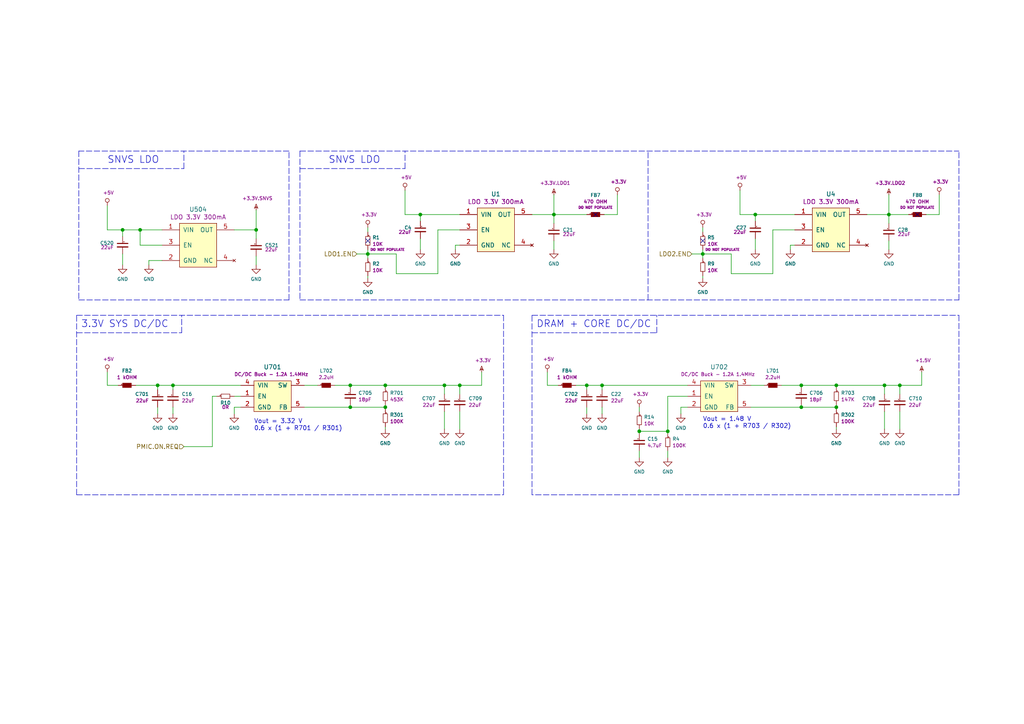
<source format=kicad_sch>
(kicad_sch (version 20211123) (generator eeschema)
  (paper "A4")
  (title_block (title "EX-PCB-10108-001") (date "2021-07-27") (rev "A") (company "OHN Electronics Inc.") (comment 1 "Uses NXP i.MX6ULx core design licensed from PolyVection UG, Germany") (comment 2 "Organelle 2 Processor board") (comment 4 "EX-PCB-10108-001 - Schematics"))
  (lib_symbols
    (symbol "PV-EC-CAP-010:PV-EC-CAP-010-4U7" (pin_numbers hide) (pin_names (offset 0.254) hide)
      (property "Reference" "C" (at 2.54 1.27 0))
      (property "Description" "4.7uF" (at 2.54 0 0))
      (symbol "PV-EC-CAP-010-4U7_1_1"
        (pin passive line (at 0 2.54 270) (length 1.905) (name "~") (number "1"))
        (pin passive line (at 0 -2.54 90) (length 2.032) (name "~") (number "2"))
      )
    )
    (symbol "PV-EC-CAP-014:PV-EC-CAP-014-18P" (pin_numbers hide) (pin_names (offset 0.254) hide)
      (property "Reference" "C" (at 2.54 1.27 0))
      (property "Description" "18pF" (at 2.54 0 0))
      (symbol "PV-EC-CAP-014-18P_1_1"
        (pin passive line (at 0 2.54 270) (length 1.905) (name "~") (number "1"))
        (pin passive line (at 0 -2.54 90) (length 2.032) (name "~") (number "2"))
      )
    )
    (symbol "PV-EC-CAP-017:PV-EC-CAP-017-22U" (pin_numbers hide) (pin_names (offset 0.254) hide)
      (property "Reference" "C" (at 2.54 1.27 0))
      (property "Description" "22uF" (at 2.54 -1.27 0))
      (symbol "PV-EC-CAP-017-22U_1_1"
        (pin passive line (at 0 2.54 270) (length 1.905) (name "~") (number "1"))
        (pin passive line (at 0 -2.54 90) (length 2.032) (name "~") (number "2"))
      )
    )
    (symbol "PV-EC-FIL-004:PV-EC-FIL-004-001" (pin_names hide)
      (property "Reference" "FB" (at 0 2.54 0))
      (property "Description" "470 OHM" (at 0 1.27 0))
      (symbol "PV-EC-FIL-004-001_1_1"
        (pin passive line (at -2.54 0 0) (length 1.27) (name "1") (number "1"))
        (pin passive line (at 2.54 0 180) (length 1.27) (name "2") (number "2"))
      )
    )
    (symbol "PV-EC-FIL-004:PV-EC-FIL-004-002" (pin_names hide)
      (property "Reference" "FB" (at 0 2.54 0))
      (property "Description" "1 kOHM" (at 0 1.27 0))
      (symbol "PV-EC-FIL-004-002_1_1"
        (pin passive line (at -2.54 0 0) (length 1.27) (name "1") (number "1"))
        (pin passive line (at 2.54 0 180) (length 1.27) (name "2") (number "2"))
      )
    )
    (symbol "PV-EC-IND-010:PV-EC-IND-010-2U2" (pin_names hide)
      (property "Reference" "L" (at 0 2.54 0))
      (property "Description" "2.2uH" (at 0 1.27 0))
      (symbol "PV-EC-IND-010-2U2_1_1"
        (pin passive line (at -2.54 0 0) (length 1.27) (name "1") (number "1"))
        (pin passive line (at 2.54 0 180) (length 1.27) (name "2") (number "2"))
      )
    )
    (symbol "PV-EC-PWR-003:+1.5V_OUTPUT" (power) (pin_names (offset 0))
      (property "Description" "+1.5V" (at 0 2.54 0))
      (symbol "+1.5V_OUTPUT_0_0"
        (pin power_in line (at 0 0 90) (length 0) hide (name "+1.5V") (number "1"))
      )
    )
    (symbol "PV-EC-PWR-003:+3.3V_INPUT" (power) (pin_names (offset 0))
      (property "Description" "+3.3V" (at 0 3.175 0))
      (symbol "+3.3V_INPUT_0_0"
        (pin power_in line (at 0 0 90) (length 0) hide (name "+3.3V") (number "1"))
      )
    )
    (symbol "PV-EC-PWR-003:+3.3V_LDO1_ISO_OUTPUT" (power) (pin_names (offset 0))
      (property "Description" "+3.3V.LDO1.ISO" (at 0 2.54 0))
      (symbol "+3.3V_LDO1_ISO_OUTPUT_0_0"
        (pin power_in line (at 0 0 90) (length 0) hide (name "+3.3V.LDO1.ISO") (number "1"))
      )
    )
    (symbol "PV-EC-PWR-003:+3.3V_LDO2_ISO_OUTPUT" (power) (pin_names (offset 0))
      (property "Description" "+3.3V.LDO2.ISO" (at 0 2.54 0))
      (symbol "+3.3V_LDO2_ISO_OUTPUT_0_0"
        (pin power_in line (at 0 0 90) (length 0) hide (name "+3.3V.LDO2.ISO") (number "1"))
      )
    )
    (symbol "PV-EC-PWR-003:+3.3V_OUTPUT" (power) (pin_names (offset 0))
      (property "Description" "+3.3V" (at 0 2.54 0))
      (symbol "+3.3V_OUTPUT_0_0"
        (pin power_in line (at 0 0 90) (length 0) hide (name "+3.3V") (number "1"))
      )
    )
    (symbol "PV-EC-PWR-003:+3.3V_SNVS_OUTPUT" (power) (pin_names (offset 0))
      (property "Description" "+3.3V.SNVS" (at 0 2.54 0))
      (symbol "+3.3V_SNVS_OUTPUT_0_0"
        (pin power_in line (at 0 0 90) (length 0) hide (name "+3.3V.SNVS") (number "1"))
      )
    )
    (symbol "PV-EC-PWR-003:+5V_INPUT" (power) (pin_names (offset 0))
      (property "Description" "+5V" (at 0 3.175 0))
      (symbol "+5V_INPUT_0_0"
        (pin power_in line (at 0 0 90) (length 0) hide (name "+5V") (number "1"))
      )
    )
    (symbol "PV-EC-PWR-003:GND" (power) (pin_names (offset 0))
      (property "Value" "PV-EC-PWR-003_GND" (at 0 -3.81 0))
      (symbol "GND_1_1"
        (pin power_in line (at 0 0 270) (length 0) hide (name "GND") (number "1"))
      )
    )
    (symbol "PV-EC-PWR-005:PV-EC-PWR-005-001" (pin_names (offset 1.016))
      (property "Reference" "U" (at 0 8.89 0))
      (property "Description" "DC/DC Buck - 1.2A 1.4MHz " (at 0 6.35 0))
      (symbol "PV-EC-PWR-005-001_1_1"
        (pin input line (at -8.89 0 0) (length 3.81) (name "EN") (number "1"))
        (pin power_in line (at -8.89 -3.175 0) (length 3.81) (name "GND") (number "2"))
        (pin power_out line (at 9.525 3.175 180) (length 3.81) (name "SW") (number "3"))
        (pin power_in line (at -8.89 3.175 0) (length 3.81) (name "VIN") (number "4"))
        (pin input line (at 9.525 -3.175 180) (length 3.81) (name "FB") (number "5"))
      )
    )
    (symbol "PV-EC-PWR-008:PV-EC-PWR-008-002" (pin_names (offset 1.016))
      (property "Reference" "U" (at 0 11.43 0))
      (property "Description" "LDO 3.3V 300mA" (at 0 8.89 0))
      (symbol "PV-EC-PWR-008-002_1_1"
        (pin input line (at -10.16 4.445 0) (length 5.08) (name "VIN") (number "1"))
        (pin input line (at -10.16 -4.445 0) (length 5.08) (name "GND") (number "2"))
        (pin input line (at -10.16 0 0) (length 5.08) (name "EN") (number "3"))
        (pin no_connect line (at 10.795 -4.445 180) (length 5.08) (name "NC") (number "4"))
        (pin output line (at 10.795 4.445 180) (length 5.08) (name "OUT") (number "5"))
      )
    )
    (symbol "PV-EC-RES-007:PV-EC-RES-007-0R" (pin_names hide)
      (property "Reference" "R" (at 0 2.54 0))
      (property "Description" "0R" (at 0 1.27 0))
      (symbol "PV-EC-RES-007-0R_1_1"
        (pin passive line (at -2.54 0 0) (length 1.27) (name "1") (number "1"))
        (pin passive line (at 2.54 0 180) (length 1.27) (name "2") (number "2"))
      )
    )
    (symbol "PV-EC-RES-007:PV-EC-RES-007-100K" (pin_names hide)
      (property "Reference" "R" (at 0 2.54 0))
      (property "Description" "100K" (at 0 1.27 0))
      (symbol "PV-EC-RES-007-100K_1_1"
        (pin passive line (at -2.54 0 0) (length 1.1938) (name "1") (number "1"))
        (pin passive line (at 2.54 0 180) (length 1.1938) (name "2") (number "2"))
      )
    )
    (symbol "PV-EC-RES-007:PV-EC-RES-007-10K" (pin_names hide)
      (property "Reference" "R" (at 0 2.54 0))
      (property "Description" "10K" (at 0 1.27 0))
      (symbol "PV-EC-RES-007-10K_1_1"
        (pin passive line (at -2.54 0 0) (length 1.27) (name "1") (number "1"))
        (pin passive line (at 2.54 0 180) (length 1.27) (name "2") (number "2"))
      )
    )
    (symbol "PV-EC-RES-007:PV-EC-RES-007-147K" (pin_names hide)
      (property "Reference" "R" (at 0 2.54 0))
      (property "Description" "147K" (at 0 1.27 0))
      (symbol "PV-EC-RES-007-147K_1_1"
        (pin passive line (at -2.54 0 0) (length 1.27) (name "1") (number "1"))
        (pin passive line (at 2.54 0 180) (length 1.27) (name "2") (number "2"))
      )
    )
    (symbol "PV-EC-RES-007:PV-EC-RES-007-453K" (pin_names hide)
      (property "Reference" "R" (at 0 2.54 0))
      (property "Description" "453K" (at 0 1.27 0))
      (symbol "PV-EC-RES-007-453K_1_1"
        (pin passive line (at -2.54 0 0) (length 1.27) (name "1") (number "1"))
        (pin passive line (at 2.54 0 180) (length 1.27) (name "2") (number "2"))
      )
    )
    (symbol "PV-EC-RES-010:PV-EC-RES-010-100K" (pin_names hide)
      (property "Reference" "R" (at 0 2.54 0))
      (property "Description" "100K" (at 0 1.27 0))
      (symbol "PV-EC-RES-010-100K_1_1"
        (pin passive line (at -2.54 0 0) (length 1.27) (name "1") (number "1"))
        (pin passive line (at 2.54 0 180) (length 1.27) (name "2") (number "2"))
      )
    )
  )
  (junction (at 242.57 111.76))
  (junction (at 74.295 66.675))
  (junction (at 174.625 111.76))
  (junction (at 219.075 62.23))
  (junction (at 133.35 111.76))
  (junction (at 111.76 118.11))
  (junction (at 232.41 111.76))
  (junction (at 101.6 111.76))
  (junction (at 260.985 111.76))
  (junction (at 40.64 66.675))
  (junction (at 50.165 111.76))
  (junction (at 128.905 111.76))
  (junction (at 170.18 111.76))
  (junction (at 106.68 73.66))
  (junction (at 256.54 111.76))
  (junction (at 101.6 118.11))
  (junction (at 257.81 62.23))
  (junction (at 185.42 125.095))
  (junction (at 111.76 111.76))
  (junction (at 121.92 62.23))
  (junction (at 160.655 62.23))
  (junction (at 45.72 111.76))
  (junction (at 242.57 118.11))
  (junction (at 232.41 118.11))
  (junction (at 203.835 73.66))
  (junction (at 35.56 66.675))
  (junction (at 193.675 125.095))
  (no_connect (at 172.72 62.23))
  (no_connect (at 266.065 62.23))
  (no_connect (at 106.68 69.85))
  (no_connect (at 203.835 69.85))
  (wire (pts (xy 46.99 75.565) (xy 43.18 75.565)))
  (wire (pts (xy 133.35 124.46) (xy 133.35 119.38)))
  (wire (pts (xy 39.37 111.76) (xy 45.72 111.76)))
  (wire (pts (xy 260.985 124.46) (xy 260.985 119.38)))
  (wire (pts (xy 232.41 118.11) (xy 242.57 118.11)))
  (wire (pts (xy 170.18 62.23) (xy 160.655 62.23)))
  (wire (pts (xy 117.475 55.245) (xy 117.475 62.23)))
  (wire (pts (xy 74.295 60.96) (xy 74.295 66.675)))
  (wire (pts (xy 185.42 119.38) (xy 185.42 118.11)))
  (wire (pts (xy 31.115 59.69) (xy 31.115 66.675)))
  (wire (pts (xy 193.675 125.095) (xy 185.42 125.095)))
  (polyline (pts (xy 83.82 43.815) (xy 22.86 43.815)))
  (wire (pts (xy 114.935 73.66) (xy 106.68 73.66)))
  (polyline (pts (xy 278.13 143.51) (xy 154.305 143.51)))
  (wire (pts (xy 132.08 71.12) (xy 132.08 72.39)))
  (wire (pts (xy 214.63 62.23) (xy 219.075 62.23)))
  (wire (pts (xy 158.75 107.95) (xy 158.75 111.76)))
  (wire (pts (xy 101.6 118.11) (xy 101.6 117.475)))
  (wire (pts (xy 97.155 111.76) (xy 101.6 111.76)))
  (wire (pts (xy 154.305 62.23) (xy 160.655 62.23)))
  (wire (pts (xy 31.115 66.675) (xy 35.56 66.675)))
  (wire (pts (xy 212.09 79.375) (xy 212.09 73.66)))
  (wire (pts (xy 219.075 64.135) (xy 219.075 62.23)))
  (wire (pts (xy 272.415 56.515) (xy 272.415 62.23)))
  (wire (pts (xy 127 79.375) (xy 114.935 79.375)))
  (wire (pts (xy 128.905 114.3) (xy 128.905 111.76)))
  (wire (pts (xy 88.265 118.11) (xy 101.6 118.11)))
  (wire (pts (xy 230.505 71.12) (xy 229.235 71.12)))
  (wire (pts (xy 31.115 111.76) (xy 34.29 111.76)))
  (wire (pts (xy 226.695 111.76) (xy 232.41 111.76)))
  (wire (pts (xy 111.76 118.11) (xy 111.76 117.475)))
  (polyline (pts (xy 154.305 96.52) (xy 190.5 96.52)))
  (wire (pts (xy 217.805 118.11) (xy 232.41 118.11)))
  (wire (pts (xy 160.655 69.85) (xy 160.655 72.39)))
  (wire (pts (xy 193.675 132.715) (xy 193.675 130.81)))
  (wire (pts (xy 256.54 114.3) (xy 256.54 111.76)))
  (wire (pts (xy 170.18 120.015) (xy 170.18 118.11)))
  (wire (pts (xy 35.56 73.66) (xy 35.56 76.835)))
  (wire (pts (xy 45.72 113.03) (xy 45.72 111.76)))
  (wire (pts (xy 50.165 111.76) (xy 69.85 111.76)))
  (wire (pts (xy 174.625 120.015) (xy 174.625 118.11)))
  (wire (pts (xy 174.625 111.76) (xy 199.39 111.76)))
  (wire (pts (xy 170.18 111.76) (xy 174.625 111.76)))
  (wire (pts (xy 203.835 67.31) (xy 203.835 66.04)))
  (wire (pts (xy 272.415 62.23) (xy 268.605 62.23)))
  (wire (pts (xy 101.6 118.11) (xy 111.76 118.11)))
  (wire (pts (xy 185.42 132.715) (xy 185.42 130.81)))
  (wire (pts (xy 179.07 56.515) (xy 179.07 62.23)))
  (wire (pts (xy 121.92 62.23) (xy 133.35 62.23)))
  (wire (pts (xy 174.625 113.03) (xy 174.625 111.76)))
  (polyline (pts (xy 22.225 143.51) (xy 146.05 143.51)))
  (wire (pts (xy 263.525 62.23) (xy 257.81 62.23)))
  (wire (pts (xy 214.63 55.245) (xy 214.63 62.23)))
  (wire (pts (xy 45.72 111.76) (xy 50.165 111.76)))
  (wire (pts (xy 224.155 79.375) (xy 212.09 79.375)))
  (wire (pts (xy 74.295 66.675) (xy 74.295 69.215)))
  (wire (pts (xy 242.57 112.395) (xy 242.57 111.76)))
  (wire (pts (xy 232.41 112.395) (xy 232.41 111.76)))
  (wire (pts (xy 257.81 56.515) (xy 257.81 62.23)))
  (wire (pts (xy 193.675 125.73) (xy 193.675 125.095)))
  (wire (pts (xy 257.81 62.23) (xy 257.81 64.77)))
  (wire (pts (xy 88.265 111.76) (xy 92.075 111.76)))
  (wire (pts (xy 257.81 69.85) (xy 257.81 72.39)))
  (wire (pts (xy 256.54 111.76) (xy 260.985 111.76)))
  (polyline (pts (xy 22.86 48.895) (xy 53.34 48.895)))
  (polyline (pts (xy 83.82 86.995) (xy 83.82 43.815)))
  (wire (pts (xy 229.235 71.12) (xy 229.235 72.39)))
  (wire (pts (xy 251.46 62.23) (xy 257.81 62.23)))
  (polyline (pts (xy 146.05 91.44) (xy 146.05 143.51)))
  (wire (pts (xy 170.18 113.03) (xy 170.18 111.76)))
  (wire (pts (xy 106.68 67.31) (xy 106.68 66.04)))
  (wire (pts (xy 260.985 111.76) (xy 267.335 111.76)))
  (wire (pts (xy 121.92 64.135) (xy 121.92 62.23)))
  (wire (pts (xy 31.115 107.95) (xy 31.115 111.76)))
  (wire (pts (xy 260.985 114.3) (xy 260.985 111.76)))
  (wire (pts (xy 160.655 56.515) (xy 160.655 62.23)))
  (wire (pts (xy 193.675 114.935) (xy 193.675 125.095)))
  (wire (pts (xy 43.18 75.565) (xy 43.18 76.835)))
  (wire (pts (xy 67.945 66.675) (xy 74.295 66.675)))
  (wire (pts (xy 200.66 73.66) (xy 203.835 73.66)))
  (wire (pts (xy 103.505 73.66) (xy 106.68 73.66)))
  (wire (pts (xy 45.72 120.015) (xy 45.72 118.11)))
  (wire (pts (xy 50.165 113.03) (xy 50.165 111.76)))
  (wire (pts (xy 101.6 112.395) (xy 101.6 111.76)))
  (polyline (pts (xy 187.96 86.995) (xy 187.96 43.815)))
  (wire (pts (xy 106.68 74.93) (xy 106.68 73.66)))
  (wire (pts (xy 133.35 111.76) (xy 139.7 111.76)))
  (wire (pts (xy 111.76 111.76) (xy 128.905 111.76)))
  (wire (pts (xy 40.64 71.12) (xy 40.64 66.675)))
  (polyline (pts (xy 22.225 143.51) (xy 22.225 91.44)))
  (wire (pts (xy 114.935 79.375) (xy 114.935 73.66)))
  (wire (pts (xy 219.075 62.23) (xy 230.505 62.23)))
  (polyline (pts (xy 154.305 91.44) (xy 278.13 91.44)))
  (wire (pts (xy 40.64 66.675) (xy 46.99 66.675)))
  (wire (pts (xy 199.39 118.11) (xy 197.485 118.11)))
  (wire (pts (xy 101.6 111.76) (xy 111.76 111.76)))
  (wire (pts (xy 139.7 107.95) (xy 139.7 111.76)))
  (wire (pts (xy 62.865 114.935) (xy 61.595 114.935)))
  (wire (pts (xy 121.92 69.215) (xy 121.92 72.39)))
  (wire (pts (xy 50.165 120.015) (xy 50.165 118.11)))
  (wire (pts (xy 224.155 66.675) (xy 224.155 79.375)))
  (wire (pts (xy 197.485 120.015) (xy 197.485 118.11)))
  (polyline (pts (xy 86.995 48.895) (xy 117.475 48.895)))
  (polyline (pts (xy 22.225 96.52) (xy 52.705 96.52)))
  (wire (pts (xy 158.75 111.76) (xy 161.925 111.76)))
  (wire (pts (xy 242.57 124.46) (xy 242.57 123.825)))
  (wire (pts (xy 232.41 118.11) (xy 232.41 117.475)))
  (wire (pts (xy 242.57 118.745) (xy 242.57 118.11)))
  (polyline (pts (xy 278.13 91.44) (xy 278.13 143.51)))
  (polyline (pts (xy 22.86 86.995) (xy 83.82 86.995)))
  (wire (pts (xy 179.07 62.23) (xy 175.26 62.23)))
  (wire (pts (xy 133.35 66.675) (xy 127 66.675)))
  (polyline (pts (xy 154.305 143.51) (xy 154.305 91.44)))
  (wire (pts (xy 185.42 125.095) (xy 185.42 124.46)))
  (wire (pts (xy 185.42 125.73) (xy 185.42 125.095)))
  (polyline (pts (xy 278.13 86.995) (xy 278.13 43.815)))
  (polyline (pts (xy 22.86 43.815) (xy 22.86 86.995)))
  (wire (pts (xy 232.41 111.76) (xy 242.57 111.76)))
  (wire (pts (xy 61.595 114.935) (xy 61.595 129.54)))
  (wire (pts (xy 61.595 129.54) (xy 53.34 129.54)))
  (wire (pts (xy 242.57 118.11) (xy 242.57 117.475)))
  (wire (pts (xy 212.09 73.66) (xy 203.835 73.66)))
  (wire (pts (xy 106.68 80.645) (xy 106.68 80.01)))
  (polyline (pts (xy 53.34 48.895) (xy 53.34 43.815)))
  (wire (pts (xy 74.295 74.295) (xy 74.295 76.835)))
  (wire (pts (xy 203.835 80.645) (xy 203.835 80.01)))
  (wire (pts (xy 111.76 118.745) (xy 111.76 118.11)))
  (wire (pts (xy 128.905 111.76) (xy 133.35 111.76)))
  (polyline (pts (xy 86.995 43.815) (xy 86.995 86.995)))
  (wire (pts (xy 35.56 68.58) (xy 35.56 66.675)))
  (wire (pts (xy 133.35 114.3) (xy 133.35 111.76)))
  (polyline (pts (xy 86.995 86.995) (xy 278.13 86.995)))
  (wire (pts (xy 133.35 71.12) (xy 132.08 71.12)))
  (wire (pts (xy 127 66.675) (xy 127 79.375)))
  (wire (pts (xy 160.655 62.23) (xy 160.655 64.77)))
  (wire (pts (xy 167.005 111.76) (xy 170.18 111.76)))
  (polyline (pts (xy 22.225 91.44) (xy 146.05 91.44)))
  (wire (pts (xy 67.945 120.015) (xy 67.945 118.11)))
  (polyline (pts (xy 86.995 43.815) (xy 278.13 43.815)))
  (wire (pts (xy 256.54 124.46) (xy 256.54 119.38)))
  (wire (pts (xy 117.475 62.23) (xy 121.92 62.23)))
  (wire (pts (xy 111.76 112.395) (xy 111.76 111.76)))
  (wire (pts (xy 219.075 69.215) (xy 219.075 72.39)))
  (polyline (pts (xy 52.705 96.52) (xy 52.705 91.44)))
  (polyline (pts (xy 190.5 96.52) (xy 190.5 91.44)))
  (wire (pts (xy 217.805 111.76) (xy 221.615 111.76)))
  (wire (pts (xy 193.675 114.935) (xy 199.39 114.935)))
  (wire (pts (xy 69.85 118.11) (xy 67.945 118.11)))
  (wire (pts (xy 230.505 66.675) (xy 224.155 66.675)))
  (wire (pts (xy 46.99 71.12) (xy 40.64 71.12)))
  (wire (pts (xy 35.56 66.675) (xy 40.64 66.675)))
  (wire (pts (xy 267.335 107.95) (xy 267.335 111.76)))
  (wire (pts (xy 128.905 124.46) (xy 128.905 119.38)))
  (wire (pts (xy 67.945 114.935) (xy 69.85 114.935)))
  (polyline (pts (xy 117.475 48.895) (xy 117.475 43.815)))
  (wire (pts (xy 203.835 74.93) (xy 203.835 73.66)))
  (wire (pts (xy 106.68 73.66) (xy 106.68 72.39)))
  (wire (pts (xy 203.835 73.66) (xy 203.835 72.39)))
  (wire (pts (xy 242.57 111.76) (xy 256.54 111.76)))
  (wire (pts (xy 111.76 124.46) (xy 111.76 123.825)))
  (text "SNVS LDO" (at 95.25 47.625 0) (effects (font (size 2.0066 2.0066)) (justify left bottom)))
  (text "Vout = 1.48 V\n0.6 x (1 + R703 / R302)" (at 203.835 124.46 0) (effects (font (size 1.27 1.27)) (justify left bottom)))
  (text "Vout = 3.32 V\n0.6 x (1 + R701 / R301)" (at 73.66 125.095 0) (effects (font (size 1.27 1.27)) (justify left bottom)))
  (text "3.3V SYS DC/DC" (at 23.495 95.25 0) (effects (font (size 2.0066 2.0066)) (justify left bottom)))
  (text "DRAM + CORE DC/DC" (at 155.575 95.25 0) (effects (font (size 2.0066 2.0066)) (justify left bottom)))
  (text "SNVS LDO" (at 31.115 47.625 0) (effects (font (size 2.0066 2.0066)) (justify left bottom)))
  (hierarchical_label "LDO2.EN" (shape input) (at 200.66 73.66 180))
  (hierarchical_label "PMIC.ON.REQ" (shape input) (at 53.34 129.54 180))
  (hierarchical_label "LDO1.EN" (shape input) (at 103.505 73.66 180))
  (symbol (lib_id "PV-EC-CAP-017:PV-EC-CAP-017-22U") (at 133.35 116.84 0) (unit 1)
    (property "Reference" "C709" (at 135.89 115.57 0) (effects (font (size 0.9906 0.9906)) (justify left)))
    (property "Value" "PV-EC-CAP-017-22U" (effects hide))
    (property "Footprint" "PV-EC-CAP-001:0603" (effects hide))
    (property "PV-Code" "PV-EC-CAP-017-22U" (effects hide))
    (property "Description" "22uF" (at 135.89 117.475 0) (effects (font (size 0.9906 0.9906)) (justify left)))
    (property "Detail" "C:0603 / 6.3V / 20% / X5R" (effects hide))
    (property "Option" "POPULATE" (effects hide))
    (property "Layer" "TOP" (effects hide))
    (property "Type" "SMD" (effects hide))
    (property "PV-Number" "6000002" (effects hide))
  )
  (symbol (lib_id "PV-EC-CAP-017:PV-EC-CAP-017-22U") (at 128.905 116.84 0) (mirror y) (unit 1)
    (property "Reference" "C707" (at 126.365 115.57 0) (effects (font (size 0.9906 0.9906)) (justify left)))
    (property "Value" "PV-EC-CAP-017-22U" (effects hide))
    (property "Footprint" "PV-EC-CAP-001:0603" (effects hide))
    (property "PV-Code" "PV-EC-CAP-017-22U" (effects hide))
    (property "Description" "22uF" (at 126.365 117.475 0) (effects (font (size 0.9906 0.9906)) (justify left)))
    (property "Detail" "C:0603 / 6.3V / 20% / X5R" (effects hide))
    (property "Option" "POPULATE" (effects hide))
    (property "Layer" "TOP" (effects hide))
    (property "Type" "SMD" (effects hide))
    (property "PV-Number" "6000002" (effects hide))
  )
  (symbol (lib_id "PV-EC-CAP-017:PV-EC-CAP-017-22U") (at 260.985 116.84 0) (unit 1)
    (property "Reference" "C710" (at 263.525 115.57 0) (effects (font (size 0.9906 0.9906)) (justify left)))
    (property "Value" "PV-EC-CAP-017-22U" (effects hide))
    (property "Footprint" "PV-EC-CAP-001:0603" (effects hide))
    (property "PV-Code" "PV-EC-CAP-017-22U" (effects hide))
    (property "Description" "22uF" (at 263.525 117.475 0) (effects (font (size 0.9906 0.9906)) (justify left)))
    (property "Detail" "C:0603 / 6.3V / 20% / X5R" (effects hide))
    (property "Option" "POPULATE" (effects hide))
    (property "Layer" "TOP" (effects hide))
    (property "Type" "SMD" (effects hide))
    (property "PV-Number" "6000002" (effects hide))
  )
  (symbol (lib_id "PV-EC-CAP-017:PV-EC-CAP-017-22U") (at 256.54 116.84 0) (mirror y) (unit 1)
    (property "Reference" "C708" (at 254 115.57 0) (effects (font (size 0.9906 0.9906)) (justify left)))
    (property "Value" "PV-EC-CAP-017-22U" (effects hide))
    (property "Footprint" "PV-EC-CAP-001:0603" (effects hide))
    (property "PV-Code" "PV-EC-CAP-017-22U" (effects hide))
    (property "Description" "22uF" (at 254 117.475 0) (effects (font (size 0.9906 0.9906)) (justify left)))
    (property "Detail" "C:0603 / 6.3V / 20% / X5R" (effects hide))
    (property "Option" "POPULATE" (effects hide))
    (property "Layer" "TOP" (effects hide))
    (property "Type" "SMD" (effects hide))
    (property "PV-Number" "6000002" (effects hide))
  )
  (symbol (lib_id "PV-EC-IND-010:PV-EC-IND-010-2U2") (at 94.615 111.76 0) (unit 1)
    (property "Reference" "L702" (at 94.615 107.5436 0) (effects (font (size 0.9906 0.9906))))
    (property "Value" "PV-EC-IND-010-2U2" (effects hide))
    (property "Footprint" "PV-EC-IND-001:1008" (effects hide))
    (property "PV-Code" "PV-EC-IND-010-2U2" (effects hide))
    (property "Description" "2.2uH" (at 94.615 109.4486 0) (effects (font (size 0.9906 0.9906))))
    (property "Detail" "L:1008 / 20% / 1.9A / 110 mOhms / SHIELDED" (effects hide))
    (property "Option" "POPULATE" (effects hide))
    (property "Layer" "TOP" (effects hide))
    (property "Type" "SMD" (effects hide))
    (property "PV-Number" "6000011" (effects hide))
  )
  (symbol (lib_id "PV-EC-IND-010:PV-EC-IND-010-2U2") (at 224.155 111.76 0) (unit 1)
    (property "Reference" "L701" (at 224.155 107.5436 0) (effects (font (size 0.9906 0.9906))))
    (property "Value" "PV-EC-IND-010-2U2" (effects hide))
    (property "Footprint" "PV-EC-IND-001:1008" (effects hide))
    (property "PV-Code" "PV-EC-IND-010-2U2" (effects hide))
    (property "Description" "2.2uH" (at 224.155 109.4486 0) (effects (font (size 0.9906 0.9906))))
    (property "Detail" "L:1008 / 20% / 1.9A / 110 mOhms / SHIELDED" (effects hide))
    (property "Option" "POPULATE" (effects hide))
    (property "Layer" "TOP" (effects hide))
    (property "Type" "SMD" (effects hide))
    (property "PV-Number" "6000011" (effects hide))
  )
  (symbol (lib_id "PV-EC-PWR-003:GND") (at 45.72 120.015 0) (unit 1)
    (property "Reference" "#PWR0701" (effects hide))
    (property "Value" "GND" (at 45.72 124.1298 0) (effects (font (size 0.9906 0.9906))))
  )
  (symbol (lib_id "PV-EC-PWR-003:GND") (at 111.76 124.46 0) (unit 1)
    (property "Reference" "#PWR0707" (effects hide))
    (property "Value" "GND" (at 111.76 128.5748 0) (effects (font (size 0.9906 0.9906))))
  )
  (symbol (lib_id "PV-EC-PWR-003:GND") (at 128.905 124.46 0) (unit 1)
    (property "Reference" "#PWR0709" (effects hide))
    (property "Value" "GND" (at 128.905 128.5748 0) (effects (font (size 0.9906 0.9906))))
  )
  (symbol (lib_id "PV-EC-PWR-003:GND") (at 133.35 124.46 0) (unit 1)
    (property "Reference" "#PWR0711" (effects hide))
    (property "Value" "GND" (at 133.35 128.5748 0) (effects (font (size 0.9906 0.9906))))
  )
  (symbol (lib_id "PV-EC-PWR-003:GND") (at 67.945 120.015 0) (unit 1)
    (property "Reference" "#PWR0705" (effects hide))
    (property "Value" "GND" (at 67.945 124.1298 0) (effects (font (size 0.9906 0.9906))))
  )
  (symbol (lib_id "PV-EC-PWR-003:GND") (at 170.18 120.015 0) (unit 1)
    (property "Reference" "#PWR0702" (effects hide))
    (property "Value" "GND" (at 170.18 124.1298 0) (effects (font (size 0.9906 0.9906))))
  )
  (symbol (lib_id "PV-EC-RES-007:PV-EC-RES-007-100K") (at 242.57 121.285 270) (unit 1)
    (property "Reference" "R302" (at 243.9162 120.3198 90) (effects (font (size 0.9906 0.9906)) (justify left)))
    (property "Value" "PV-EC-RES-007-100K" (effects hide))
    (property "Footprint" "PV-EC-RES-001:0402" (effects hide))
    (property "PV-Code" "PV-EC-RES-007-100K" (effects hide))
    (property "PV-Number" "6000024" (effects hide))
    (property "Description" "100K" (at 243.9162 122.2248 90) (effects (font (size 0.9906 0.9906)) (justify left)))
    (property "Detail" "R:0402 / 1% / FILM / 1/16W" (effects hide))
    (property "Option" "POPULATE" (effects hide))
    (property "Layer" "TOP" (effects hide))
    (property "Type" "SMD" (effects hide))
  )
  (symbol (lib_id "PV-EC-PWR-003:+3.3V_SNVS_OUTPUT") (at 74.295 60.96 0) (unit 1)
    (property "Reference" "#PWR0103" (effects hide))
    (property "Value" "+3.3V_SNVS_OUTPUT" (effects hide))
    (property "Description" "+3.3V.SNVS" (at 74.6506 57.531 0) (effects (font (size 0.9906 0.9906))))
  )
  (symbol (lib_id "PV-EC-CAP-014:PV-EC-CAP-014-18P") (at 101.6 114.935 0) (unit 1)
    (property "Reference" "C705" (at 103.9368 113.9698 0) (effects (font (size 0.9906 0.9906)) (justify left)))
    (property "Value" "PV-EC-CAP-014-18P" (effects hide))
    (property "Footprint" "PV-EC-CAP-001:0402" (effects hide))
    (property "PV-Code" "PV-EC-CAP-014-18P" (effects hide))
    (property "Description" "18pF" (at 103.9368 115.8748 0) (effects (font (size 0.9906 0.9906)) (justify left)))
    (property "Detail" "C:0402 / 50V / 5% / C0G" (effects hide))
    (property "Option" "POPULATE" (effects hide))
    (property "Layer" "TOP" (effects hide))
    (property "Type" "SMD" (effects hide))
    (property "PV-Number" "6000004" (effects hide))
  )
  (symbol (lib_id "PV-EC-CAP-014:PV-EC-CAP-014-18P") (at 232.41 114.935 0) (unit 1)
    (property "Reference" "C706" (at 234.7468 113.9698 0) (effects (font (size 0.9906 0.9906)) (justify left)))
    (property "Value" "PV-EC-CAP-014-18P" (effects hide))
    (property "Footprint" "PV-EC-CAP-001:0402" (effects hide))
    (property "PV-Code" "PV-EC-CAP-014-18P" (effects hide))
    (property "Description" "18pF" (at 234.7468 115.8748 0) (effects (font (size 0.9906 0.9906)) (justify left)))
    (property "Detail" "C:0402 / 50V / 5% / C0G" (effects hide))
    (property "Option" "POPULATE" (effects hide))
    (property "Layer" "TOP" (effects hide))
    (property "Type" "SMD" (effects hide))
    (property "PV-Number" "6000004" (effects hide))
  )
  (symbol (lib_id "PV-EC-PWR-005:PV-EC-PWR-005-001") (at 78.74 114.935 0) (unit 1)
    (property "Reference" "U701" (at 79.0448 106.4514 0))
    (property "Value" "PV-EC-PWR-005-001" (effects hide))
    (property "Footprint" "PV-EC-PWR-001:SOT-23-5" (effects hide))
    (property "PV-Code" "PV-EC-PWR-005-001" (effects hide))
    (property "Description" "DC/DC Buck - 1.2A 1.4MHz " (at 79.0448 108.5596 0) (effects (font (size 0.9906 0.9906))))
    (property "Detail" "U:SOT-23-5 / 1.4MHz Sync DC/DC 2.5V to 5.5V" (effects hide))
    (property "Option" "POPULATE" (effects hide))
    (property "Layer" "TOP" (effects hide))
    (property "Type" "SMD" (effects hide))
    (property "PV-Number" "6000014" (effects hide))
  )
  (symbol (lib_id "PV-EC-PWR-005:PV-EC-PWR-005-001") (at 208.28 114.935 0) (unit 1)
    (property "Reference" "U702" (at 208.5848 106.4514 0))
    (property "Value" "PV-EC-PWR-005-001" (effects hide))
    (property "Footprint" "PV-EC-PWR-001:SOT-23-5" (effects hide))
    (property "PV-Code" "PV-EC-PWR-005-001" (effects hide))
    (property "Description" "DC/DC Buck - 1.2A 1.4MHz " (at 208.5848 108.5596 0) (effects (font (size 0.9906 0.9906))))
    (property "Detail" "U:SOT-23-5 / 1.4MHz Sync DC/DC 2.5V to 5.5V" (effects hide))
    (property "Option" "POPULATE" (effects hide))
    (property "Layer" "TOP" (effects hide))
    (property "Type" "SMD" (effects hide))
    (property "PV-Number" "6000014" (effects hide))
  )
  (symbol (lib_id "PV-EC-PWR-003:GND") (at 260.985 124.46 0) (unit 1)
    (property "Reference" "#PWR0712" (effects hide))
    (property "Value" "GND" (at 260.985 128.5748 0) (effects (font (size 0.9906 0.9906))))
  )
  (symbol (lib_id "PV-EC-PWR-003:GND") (at 256.54 124.46 0) (unit 1)
    (property "Reference" "#PWR0710" (effects hide))
    (property "Value" "GND" (at 256.54 128.5748 0) (effects (font (size 0.9906 0.9906))))
  )
  (symbol (lib_id "PV-EC-PWR-003:GND") (at 242.57 124.46 0) (unit 1)
    (property "Reference" "#PWR0708" (effects hide))
    (property "Value" "GND" (at 242.57 128.5748 0) (effects (font (size 0.9906 0.9906))))
  )
  (symbol (lib_id "PV-EC-PWR-003:GND") (at 197.485 120.015 0) (unit 1)
    (property "Reference" "#PWR0706" (effects hide))
    (property "Value" "GND" (at 197.485 124.1298 0) (effects (font (size 0.9906 0.9906))))
  )
  (symbol (lib_id "PV-EC-CAP-017:PV-EC-CAP-017-22U") (at 45.72 115.57 0) (mirror y) (unit 1)
    (property "Reference" "C701" (at 43.18 114.3 0) (effects (font (size 0.9906 0.9906)) (justify left)))
    (property "Value" "PV-EC-CAP-017-22U" (effects hide))
    (property "Footprint" "PV-EC-CAP-001:0603" (effects hide))
    (property "PV-Code" "PV-EC-CAP-017-22U" (effects hide))
    (property "Description" "22uF" (at 43.18 116.205 0) (effects (font (size 0.9906 0.9906)) (justify left)))
    (property "Detail" "C:0603 / 6.3V / 20% / X5R" (effects hide))
    (property "Option" "POPULATE" (effects hide))
    (property "Layer" "TOP" (effects hide))
    (property "Type" "SMD" (effects hide))
    (property "PV-Number" "6000002" (effects hide))
  )
  (symbol (lib_id "PV-EC-CAP-017:PV-EC-CAP-017-22U") (at 170.18 115.57 0) (mirror y) (unit 1)
    (property "Reference" "C702" (at 167.64 114.3 0) (effects (font (size 0.9906 0.9906)) (justify left)))
    (property "Value" "PV-EC-CAP-017-22U" (effects hide))
    (property "Footprint" "PV-EC-CAP-001:0603" (effects hide))
    (property "PV-Code" "PV-EC-CAP-017-22U" (effects hide))
    (property "Description" "22uF" (at 167.64 116.205 0) (effects (font (size 0.9906 0.9906)) (justify left)))
    (property "Detail" "C:0603 / 6.3V / 20% / X5R" (effects hide))
    (property "Option" "POPULATE" (effects hide))
    (property "Layer" "TOP" (effects hide))
    (property "Type" "SMD" (effects hide))
    (property "PV-Number" "6000002" (effects hide))
  )
  (symbol (lib_id "PV-EC-PWR-008:PV-EC-PWR-008-002") (at 57.15 71.12 0) (unit 1)
    (property "Reference" "U504" (at 57.4548 60.7314 0))
    (property "Value" "PV-EC-PWR-008-002" (effects hide))
    (property "Footprint" "PV-EC-PWR-001:SOT-23-5" (effects hide))
    (property "PV-Code" "PV-EC-PWR-008-002" (effects hide))
    (property "Description" "LDO 3.3V 300mA" (at 57.4548 62.9666 0))
    (property "Detail" "U:SOT-23-5 / 2.7V to 5.5V / 300mA LDO / 3.3V FIXED" (effects hide))
    (property "Option" "POPULATE" (effects hide))
    (property "Layer" "TOP" (effects hide))
    (property "Type" "SMD" (effects hide))
    (property "PV-Number" "6000069" (effects hide))
  )
  (symbol (lib_id "PV-EC-CAP-017:PV-EC-CAP-017-22U") (at 35.56 71.12 0) (mirror y) (unit 1)
    (property "Reference" "C520" (at 33.02 70.485 0) (effects (font (size 0.9906 0.9906)) (justify left)))
    (property "Value" "PV-EC-CAP-017-22U" (effects hide))
    (property "Footprint" "PV-EC-CAP-001:0603" (effects hide))
    (property "PV-Code" "PV-EC-CAP-017-22U" (effects hide))
    (property "Description" "22uF" (at 33.02 71.755 0) (effects (font (size 0.9906 0.9906)) (justify left)))
    (property "Detail" "C:0603 / 6.3V / 20% / X5R" (effects hide))
    (property "Option" "POPULATE" (effects hide))
    (property "Layer" "TOP" (effects hide))
    (property "Type" "SMD" (effects hide))
    (property "PV-Number" "6000002" (effects hide))
  )
  (symbol (lib_id "PV-EC-PWR-003:GND") (at 35.56 76.835 0) (unit 1)
    (property "Reference" "#PWR0501" (effects hide))
    (property "Value" "GND" (at 35.56 80.9498 0) (effects (font (size 0.9906 0.9906))))
  )
  (symbol (lib_id "PV-EC-PWR-003:GND") (at 74.295 76.835 0) (unit 1)
    (property "Reference" "#PWR0503" (effects hide))
    (property "Value" "GND" (at 74.295 80.9498 0) (effects (font (size 0.9906 0.9906))))
  )
  (symbol (lib_id "PV-EC-CAP-017:PV-EC-CAP-017-22U") (at 74.295 71.755 0) (unit 1)
    (property "Reference" "C521" (at 76.835 71.12 0) (effects (font (size 0.9906 0.9906)) (justify left)))
    (property "Value" "PV-EC-CAP-017-22U" (effects hide))
    (property "Footprint" "PV-EC-CAP-001:0603" (effects hide))
    (property "PV-Code" "PV-EC-CAP-017-22U" (effects hide))
    (property "Description" "22uF" (at 76.835 72.39 0) (effects (font (size 0.9906 0.9906)) (justify left)))
    (property "Detail" "C:0603 / 6.3V / 20% / X5R" (effects hide))
    (property "Option" "POPULATE" (effects hide))
    (property "Layer" "TOP" (effects hide))
    (property "Type" "SMD" (effects hide))
    (property "PV-Number" "6000002" (effects hide))
  )
  (symbol (lib_id "PV-EC-PWR-003:GND") (at 43.18 76.835 0) (unit 1)
    (property "Reference" "#PWR0502" (effects hide))
    (property "Value" "GND" (at 43.18 80.9498 0) (effects (font (size 0.9906 0.9906))))
  )
  (symbol (lib_id "PV-EC-RES-007:PV-EC-RES-007-453K") (at 111.76 114.935 270) (unit 1)
    (property "Reference" "R701" (at 113.1062 113.9698 90) (effects (font (size 0.9906 0.9906)) (justify left)))
    (property "Value" "PV-EC-RES-007-453K" (effects hide))
    (property "Footprint" "PV-EC-RES-001:0402" (effects hide))
    (property "PV-Code" "PV-EC-RES-007-453K" (effects hide))
    (property "PV-Number" "6000322" (effects hide))
    (property "Description" "453K" (at 113.1062 115.8748 90) (effects (font (size 0.9906 0.9906)) (justify left)))
    (property "Detail" "R:0402 / 1% / FILM / 1/16W" (effects hide))
    (property "Option" "POPULATE" (effects hide))
    (property "Layer" "TOP" (effects hide))
    (property "Type" "SMD" (effects hide))
  )
  (symbol (lib_id "PV-EC-RES-007:PV-EC-RES-007-147K") (at 242.57 114.935 270) (unit 1)
    (property "Reference" "R703" (at 243.9162 113.9698 90) (effects (font (size 0.9906 0.9906)) (justify left)))
    (property "Value" "PV-EC-RES-007-147K" (effects hide))
    (property "Footprint" "PV-EC-RES-001:0402" (effects hide))
    (property "PV-Code" "PV-EC-RES-007-147K" (effects hide))
    (property "PV-Number" "6000375" (effects hide))
    (property "Description" "147K" (at 243.9162 115.8748 90) (effects (font (size 0.9906 0.9906)) (justify left)))
    (property "Detail" "R:0402 / 1% / FILM / 1/16W" (effects hide))
    (property "Option" "POPULATE" (effects hide))
    (property "Layer" "TOP" (effects hide))
    (property "Type" "SMD" (effects hide))
  )
  (symbol (lib_id "PV-EC-RES-007:PV-EC-RES-007-100K") (at 111.76 121.285 270) (unit 1)
    (property "Reference" "R301" (at 113.1062 120.3198 90) (effects (font (size 0.9906 0.9906)) (justify left)))
    (property "Value" "PV-EC-RES-007-100K" (effects hide))
    (property "Footprint" "PV-EC-RES-001:0402" (effects hide))
    (property "PV-Code" "PV-EC-RES-007-100K" (effects hide))
    (property "PV-Number" "6000024" (effects hide))
    (property "Description" "100K" (at 113.1062 122.2248 90) (effects (font (size 0.9906 0.9906)) (justify left)))
    (property "Detail" "R:0402 / 1% / FILM / 1/16W" (effects hide))
    (property "Option" "POPULATE" (effects hide))
    (property "Layer" "TOP" (effects hide))
    (property "Type" "SMD" (effects hide))
  )
  (symbol (lib_id "PV-EC-PWR-003:+1.5V_OUTPUT") (at 267.335 107.95 0) (unit 1)
    (property "Reference" "#PWR0141" (effects hide))
    (property "Value" "+1.5V_OUTPUT" (effects hide))
    (property "Description" "+1.5V" (at 267.6906 104.521 0) (effects (font (size 0.9906 0.9906))))
  )
  (symbol (lib_id "PV-EC-PWR-003:+5V_INPUT") (at 31.115 59.69 0) (unit 1)
    (property "Reference" "#PWR0145" (effects hide))
    (property "Value" "+5V_INPUT" (effects hide))
    (property "Description" "+5V" (at 31.4452 55.9054 0) (effects (font (size 0.9906 0.9906))))
  )
  (symbol (lib_id "PV-EC-RES-007:PV-EC-RES-007-0R") (at 65.405 114.935 0) (unit 1)
    (property "Reference" "R10" (at 65.405 116.84 0) (effects (font (size 0.9906 0.9906))))
    (property "Value" "PV-EC-RES-007-0R" (effects hide))
    (property "Footprint" "PV-EC-RES-001:0402" (effects hide))
    (property "PV-Code" "PV-EC-RES-007-0R" (effects hide))
    (property "PV-Number" "6000061" (effects hide))
    (property "Description" "0R" (at 65.405 118.11 0) (effects (font (size 0.9906 0.9906))))
    (property "Detail" "R:0402 / 1% / FILM / 1/16W" (effects hide))
    (property "Option" "POPULATE" (effects hide))
    (property "Layer" "TOP" (effects hide))
    (property "Type" "SMD" (effects hide))
  )
  (symbol (lib_id "PV-EC-PWR-003:+3.3V_OUTPUT") (at 139.7 107.95 0) (unit 1)
    (property "Reference" "#PWR0136" (effects hide))
    (property "Value" "+3.3V_OUTPUT" (effects hide))
    (property "Description" "+3.3V" (at 140.0556 104.521 0) (effects (font (size 0.9906 0.9906))))
  )
  (symbol (lib_id "PV-EC-PWR-003:+5V_INPUT") (at 31.115 107.95 0) (unit 1)
    (property "Reference" "#PWR0107" (effects hide))
    (property "Value" "+5V_INPUT" (effects hide))
    (property "Description" "+5V" (at 31.4452 104.1654 0) (effects (font (size 0.9906 0.9906))))
  )
  (symbol (lib_id "PV-EC-PWR-003:+3.3V_INPUT") (at 185.42 118.11 0) (unit 1)
    (property "Reference" "#PWR0125" (effects hide))
    (property "Value" "+3.3V_INPUT" (effects hide))
    (property "Description" "+3.3V" (at 185.7502 114.3254 0) (effects (font (size 0.9906 0.9906))))
  )
  (symbol (lib_id "PV-EC-CAP-017:PV-EC-CAP-017-22U") (at 50.165 115.57 0) (unit 1)
    (property "Reference" "C16" (at 52.705 114.3 0) (effects (font (size 0.9906 0.9906)) (justify left)))
    (property "Value" "PV-EC-CAP-017-22U" (effects hide))
    (property "Footprint" "PV-EC-CAP-001:0603" (effects hide))
    (property "PV-Code" "PV-EC-CAP-017-22U" (effects hide))
    (property "Description" "22uF" (at 52.705 116.205 0) (effects (font (size 0.9906 0.9906)) (justify left)))
    (property "Detail" "C:0603 / 6.3V / 20% / X5R" (effects hide))
    (property "Option" "POPULATE" (effects hide))
    (property "Layer" "TOP" (effects hide))
    (property "Type" "SMD" (effects hide))
    (property "PV-Number" "6000002" (effects hide))
  )
  (symbol (lib_id "PV-EC-PWR-003:GND") (at 50.165 120.015 0) (unit 1)
    (property "Reference" "#PWR0130" (effects hide))
    (property "Value" "GND" (at 50.165 124.1298 0) (effects (font (size 0.9906 0.9906))))
  )
  (symbol (lib_id "PV-EC-CAP-017:PV-EC-CAP-017-22U") (at 174.625 115.57 0) (unit 1)
    (property "Reference" "C22" (at 177.165 114.3 0) (effects (font (size 0.9906 0.9906)) (justify left)))
    (property "Value" "PV-EC-CAP-017-22U" (effects hide))
    (property "Footprint" "PV-EC-CAP-001:0603" (effects hide))
    (property "PV-Code" "PV-EC-CAP-017-22U" (effects hide))
    (property "Description" "22uF" (at 177.165 116.205 0) (effects (font (size 0.9906 0.9906)) (justify left)))
    (property "Detail" "C:0603 / 6.3V / 20% / X5R" (effects hide))
    (property "Option" "POPULATE" (effects hide))
    (property "Layer" "TOP" (effects hide))
    (property "Type" "SMD" (effects hide))
    (property "PV-Number" "6000002" (effects hide))
  )
  (symbol (lib_id "PV-EC-PWR-003:GND") (at 174.625 120.015 0) (unit 1)
    (property "Reference" "#PWR0131" (effects hide))
    (property "Value" "GND" (at 174.625 124.1298 0) (effects (font (size 0.9906 0.9906))))
  )
  (symbol (lib_id "PV-EC-RES-007:PV-EC-RES-007-10K") (at 185.42 121.92 270) (unit 1)
    (property "Reference" "R14" (at 186.7662 120.9548 90) (effects (font (size 0.9906 0.9906)) (justify left)))
    (property "Value" "PV-EC-RES-007-10K" (effects hide))
    (property "Footprint" "PV-EC-RES-001:0402" (effects hide))
    (property "PV-Code" "PV-EC-RES-007-10K" (effects hide))
    (property "PV-Number" "6000020" (effects hide))
    (property "Description" "10K" (at 186.7662 122.8598 90) (effects (font (size 0.9906 0.9906)) (justify left)))
    (property "Detail" "R:0402 / 1% / FILM / 1/16W" (effects hide))
    (property "Option" "POPULATE" (effects hide))
    (property "Layer" "TOP" (effects hide))
    (property "Type" "SMD" (effects hide))
  )
  (symbol (lib_id "PV-EC-CAP-010:PV-EC-CAP-010-4U7") (at 185.42 128.27 0) (unit 1)
    (property "Reference" "C15" (at 187.7568 127.3048 0) (effects (font (size 0.9906 0.9906)) (justify left)))
    (property "Value" "PV-EC-CAP-010-4U7" (effects hide))
    (property "Footprint" "PV-EC-CAP-001:0402" (effects hide))
    (property "PV-Code" "PV-EC-CAP-010-4U7" (effects hide))
    (property "PV-Number" "6000073" (effects hide))
    (property "Description" "4.7uF" (at 187.7568 129.2098 0) (effects (font (size 0.9906 0.9906)) (justify left)))
    (property "Detail" "C:0402 / 6.3V / 20% / X5R" (effects hide))
    (property "Option" "POPULATE" (effects hide))
    (property "Layer" "TOP" (effects hide))
    (property "Type" "SMD" (effects hide))
  )
  (symbol (lib_id "PV-EC-PWR-003:GND") (at 185.42 132.715 0) (unit 1)
    (property "Reference" "#PWR018" (effects hide))
    (property "Value" "GND" (at 185.42 136.8298 0) (effects (font (size 0.9906 0.9906))))
  )
  (symbol (lib_id "PV-EC-PWR-003:+5V_INPUT") (at 158.75 107.95 0) (unit 1)
    (property "Reference" "#PWR087" (effects hide))
    (property "Value" "+5V_INPUT" (effects hide))
    (property "Description" "+5V" (at 159.0802 104.1654 0) (effects (font (size 0.9906 0.9906))))
  )
  (symbol (lib_id "PV-EC-RES-010:PV-EC-RES-010-100K") (at 193.675 128.27 270) (unit 1)
    (property "Reference" "R4" (at 195.0212 127.3048 90) (effects (font (size 0.9906 0.9906)) (justify left)))
    (property "Value" "PV-EC-RES-010-100K" (effects hide))
    (property "Footprint" "PV-EC-RES-001:0603" (effects hide))
    (property "PV-Code" "PV-EC-RES-010-100K" (effects hide))
    (property "PV-Number" "6000120" (effects hide))
    (property "Description" "100K" (at 195.0212 129.2098 90) (effects (font (size 0.9906 0.9906)) (justify left)))
    (property "Detail" "R:0603 / 1% / FILM / 1/8W" (effects hide))
    (property "Option" "POPULATE" (effects hide))
    (property "Layer" "TOP" (effects hide))
    (property "Type" "SMD" (effects hide))
  )
  (symbol (lib_id "PV-EC-PWR-003:GND") (at 193.675 132.715 0) (unit 1)
    (property "Reference" "#PWR030" (effects hide))
    (property "Value" "GND" (at 193.675 136.8298 0) (effects (font (size 0.9906 0.9906))))
  )
  (symbol (lib_id "PV-EC-FIL-004:PV-EC-FIL-004-002") (at 164.465 111.76 0) (unit 1)
    (property "Reference" "FB4" (at 164.465 107.5436 0) (effects (font (size 0.9906 0.9906))))
    (property "Value" "PV-EC-FIL-004-002" (effects hide))
    (property "Footprint" "PV-EC-IND-001:1206" (effects hide))
    (property "PV-Code" "PV-EC-FIL-004-002" (effects hide))
    (property "PV-Number" "6000244" (effects hide))
    (property "Description" "1 kOHM" (at 164.465 109.4486 0) (effects (font (size 0.9906 0.9906))))
    (property "Detail" "FB:1206 / Ferrite Bead / 25% / 2A / 75 mOhms" (effects hide))
    (property "Option" "POPULATE" (effects hide))
    (property "Layer" "TOP" (effects hide))
    (property "Type" "SMD" (effects hide))
  )
  (symbol (lib_id "PV-EC-FIL-004:PV-EC-FIL-004-002") (at 36.83 111.76 0) (unit 1)
    (property "Reference" "FB2" (at 36.83 107.5436 0) (effects (font (size 0.9906 0.9906))))
    (property "Value" "PV-EC-FIL-004-002" (effects hide))
    (property "Footprint" "PV-EC-IND-001:1206" (effects hide))
    (property "PV-Code" "PV-EC-FIL-004-002" (effects hide))
    (property "PV-Number" "6000244" (effects hide))
    (property "Description" "1 kOHM" (at 36.83 109.4486 0) (effects (font (size 0.9906 0.9906))))
    (property "Detail" "FB:1206 / Ferrite Bead / 25% / 2A / 75 mOhms" (effects hide))
    (property "Option" "POPULATE" (effects hide))
    (property "Layer" "TOP" (effects hide))
    (property "Type" "SMD" (effects hide))
  )
  (symbol (lib_id "PV-EC-PWR-003:GND") (at 132.08 72.39 0) (unit 1)
    (property "Reference" "#PWR026" (effects hide))
    (property "Value" "GND" (at 132.08 76.5048 0) (effects (font (size 0.9906 0.9906))))
  )
  (symbol (lib_id "PV-EC-CAP-017:PV-EC-CAP-017-22U") (at 160.655 67.31 0) (unit 1)
    (property "Reference" "C21" (at 163.195 66.675 0) (effects (font (size 0.9906 0.9906)) (justify left)))
    (property "Value" "PV-EC-CAP-017-22U" (effects hide))
    (property "Footprint" "PV-EC-CAP-001:0603" (effects hide))
    (property "PV-Code" "PV-EC-CAP-017-22U" (effects hide))
    (property "Description" "22uF" (at 163.195 67.945 0) (effects (font (size 0.9906 0.9906)) (justify left)))
    (property "Detail" "C:0603 / 6.3V / 20% / X5R" (effects hide))
    (property "Option" "POPULATE" (effects hide))
    (property "Layer" "TOP" (effects hide))
    (property "Type" "SMD" (effects hide))
    (property "PV-Number" "6000002" (effects hide))
  )
  (symbol (lib_id "PV-EC-PWR-003:GND") (at 160.655 72.39 0) (unit 1)
    (property "Reference" "#PWR028" (effects hide))
    (property "Value" "GND" (at 160.655 76.5048 0) (effects (font (size 0.9906 0.9906))))
  )
  (symbol (lib_id "PV-EC-PWR-003:GND") (at 121.92 72.39 0) (unit 1)
    (property "Reference" "#PWR025" (effects hide))
    (property "Value" "GND" (at 121.92 76.5048 0) (effects (font (size 0.9906 0.9906))))
  )
  (symbol (lib_id "PV-EC-CAP-017:PV-EC-CAP-017-22U") (at 121.92 66.675 0) (mirror y) (unit 1)
    (property "Reference" "C4" (at 119.38 66.04 0) (effects (font (size 0.9906 0.9906)) (justify left)))
    (property "Value" "PV-EC-CAP-017-22U" (effects hide))
    (property "Footprint" "PV-EC-CAP-001:0603" (effects hide))
    (property "PV-Code" "PV-EC-CAP-017-22U" (effects hide))
    (property "Description" "22uF" (at 119.38 67.31 0) (effects (font (size 0.9906 0.9906)) (justify left)))
    (property "Detail" "C:0603 / 6.3V / 20% / X5R" (effects hide))
    (property "Option" "POPULATE" (effects hide))
    (property "Layer" "TOP" (effects hide))
    (property "Type" "SMD" (effects hide))
    (property "PV-Number" "6000002" (effects hide))
  )
  (symbol (lib_id "PV-EC-PWR-008:PV-EC-PWR-008-002") (at 143.51 66.675 0) (unit 1)
    (property "Reference" "U1" (at 143.8148 56.2864 0))
    (property "Value" "PV-EC-PWR-008-002" (effects hide))
    (property "Footprint" "PV-EC-PWR-001:SOT-23-5" (effects hide))
    (property "PV-Code" "PV-EC-PWR-008-002" (effects hide))
    (property "Description" "LDO 3.3V 300mA" (at 143.8148 58.5216 0))
    (property "Detail" "U:SOT-23-5 / 2.7V to 5.5V / 300mA LDO / 3.3V FIXED" (effects hide))
    (property "Option" "POPULATE" (effects hide))
    (property "Layer" "TOP" (effects hide))
    (property "Type" "SMD" (effects hide))
    (property "PV-Number" "6000069" (effects hide))
  )
  (symbol (lib_id "PV-EC-PWR-003:+5V_INPUT") (at 117.475 55.245 0) (unit 1)
    (property "Reference" "#PWR024" (effects hide))
    (property "Value" "+5V_INPUT" (effects hide))
    (property "Description" "+5V" (at 117.8052 51.4604 0) (effects (font (size 0.9906 0.9906))))
  )
  (symbol (lib_id "PV-EC-PWR-003:+3.3V_LDO1_ISO_OUTPUT") (at 160.655 56.515 0) (unit 1)
    (property "Reference" "#PWR027" (effects hide))
    (property "Value" "+3.3V_LDO1_ISO_OUTPUT" (effects hide))
    (property "Description" "+3.3V.LDO1" (at 161.0106 53.086 0) (effects (font (size 0.9906 0.9906))))
  )
  (symbol (lib_id "PV-EC-PWR-003:+3.3V_LDO2_ISO_OUTPUT") (at 257.81 56.515 0) (unit 1)
    (property "Reference" "#PWR036" (effects hide))
    (property "Value" "+3.3V_LDO2_ISO_OUTPUT" (effects hide))
    (property "Description" "+3.3V.LDO2" (at 258.1656 53.086 0) (effects (font (size 0.9906 0.9906))))
  )
  (symbol (lib_id "PV-EC-PWR-003:GND") (at 229.235 72.39 0) (unit 1)
    (property "Reference" "#PWR035" (effects hide))
    (property "Value" "GND" (at 229.235 76.5048 0) (effects (font (size 0.9906 0.9906))))
  )
  (symbol (lib_id "PV-EC-CAP-017:PV-EC-CAP-017-22U") (at 257.81 67.31 0) (unit 1)
    (property "Reference" "C28" (at 260.35 66.675 0) (effects (font (size 0.9906 0.9906)) (justify left)))
    (property "Value" "PV-EC-CAP-017-22U" (effects hide))
    (property "Footprint" "PV-EC-CAP-001:0603" (effects hide))
    (property "PV-Code" "PV-EC-CAP-017-22U" (effects hide))
    (property "Description" "22uF" (at 260.35 67.945 0) (effects (font (size 0.9906 0.9906)) (justify left)))
    (property "Detail" "C:0603 / 6.3V / 20% / X5R" (effects hide))
    (property "Option" "POPULATE" (effects hide))
    (property "Layer" "TOP" (effects hide))
    (property "Type" "SMD" (effects hide))
    (property "PV-Number" "6000002" (effects hide))
  )
  (symbol (lib_id "PV-EC-PWR-003:GND") (at 257.81 72.39 0) (unit 1)
    (property "Reference" "#PWR037" (effects hide))
    (property "Value" "GND" (at 257.81 76.5048 0) (effects (font (size 0.9906 0.9906))))
  )
  (symbol (lib_id "PV-EC-PWR-003:GND") (at 219.075 72.39 0) (unit 1)
    (property "Reference" "#PWR034" (effects hide))
    (property "Value" "GND" (at 219.075 76.5048 0) (effects (font (size 0.9906 0.9906))))
  )
  (symbol (lib_id "PV-EC-CAP-017:PV-EC-CAP-017-22U") (at 219.075 66.675 0) (mirror y) (unit 1)
    (property "Reference" "C27" (at 216.535 66.04 0) (effects (font (size 0.9906 0.9906)) (justify left)))
    (property "Value" "PV-EC-CAP-017-22U" (effects hide))
    (property "Footprint" "PV-EC-CAP-001:0603" (effects hide))
    (property "PV-Code" "PV-EC-CAP-017-22U" (effects hide))
    (property "Description" "22uF" (at 216.535 67.31 0) (effects (font (size 0.9906 0.9906)) (justify left)))
    (property "Detail" "C:0603 / 6.3V / 20% / X5R" (effects hide))
    (property "Option" "POPULATE" (effects hide))
    (property "Layer" "TOP" (effects hide))
    (property "Type" "SMD" (effects hide))
    (property "PV-Number" "6000002" (effects hide))
  )
  (symbol (lib_id "PV-EC-PWR-008:PV-EC-PWR-008-002") (at 240.665 66.675 0) (unit 1)
    (property "Reference" "U4" (at 240.9698 56.2864 0))
    (property "Value" "PV-EC-PWR-008-002" (effects hide))
    (property "Footprint" "PV-EC-PWR-001:SOT-23-5" (effects hide))
    (property "PV-Code" "PV-EC-PWR-008-002" (effects hide))
    (property "Description" "LDO 3.3V 300mA" (at 240.9698 58.5216 0))
    (property "Detail" "U:SOT-23-5 / 2.7V to 5.5V / 300mA LDO / 3.3V FIXED" (effects hide))
    (property "Option" "POPULATE" (effects hide))
    (property "Layer" "TOP" (effects hide))
    (property "Type" "SMD" (effects hide))
    (property "PV-Number" "6000069" (effects hide))
  )
  (symbol (lib_id "PV-EC-PWR-003:+5V_INPUT") (at 214.63 55.245 0) (unit 1)
    (property "Reference" "#PWR033" (effects hide))
    (property "Value" "+5V_INPUT" (effects hide))
    (property "Description" "+5V" (at 214.9602 51.4604 0) (effects (font (size 0.9906 0.9906))))
  )
  (symbol (lib_id "PV-EC-FIL-004:PV-EC-FIL-004-001") (at 266.065 62.23 0) (unit 1)
    (property "Reference" "FB8" (at 266.065 56.5912 0) (effects (font (size 0.9906 0.9906))))
    (property "Value" "PV-EC-FIL-004-001" (effects hide))
    (property "Footprint" "PV-EC-IND-001:0603_FB" (effects hide))
    (property "PV-Code" "PV-EC-FIL-004-001" (effects hide))
    (property "PV-Number" "6000008" (effects hide))
    (property "Description" "470 OHM" (at 266.065 58.4962 0) (effects (font (size 0.9906 0.9906))))
    (property "Detail" "FB:0603 / Ferrite Bead / 25% / 1A / 200 mOhms" (effects hide))
    (property "Option" "DO NOT POPULATE" (at 266.065 60.1726 0) (effects (font (size 0.7112 0.7112))))
    (property "Layer" "TOP" (effects hide))
    (property "Type" "SMD" (effects hide))
  )
  (symbol (lib_id "PV-EC-PWR-003:+3.3V_INPUT") (at 272.415 56.515 0) (unit 1)
    (property "Reference" "#PWR038" (effects hide))
    (property "Value" "+3.3V_INPUT" (effects hide))
    (property "Description" "+3.3V" (at 272.7452 52.7304 0) (effects (font (size 0.9906 0.9906))))
  )
  (symbol (lib_id "PV-EC-FIL-004:PV-EC-FIL-004-001") (at 172.72 62.23 0) (unit 1)
    (property "Reference" "FB7" (at 172.72 56.5912 0) (effects (font (size 0.9906 0.9906))))
    (property "Value" "PV-EC-FIL-004-001" (effects hide))
    (property "Footprint" "PV-EC-IND-001:0603_FB" (effects hide))
    (property "PV-Code" "PV-EC-FIL-004-001" (effects hide))
    (property "PV-Number" "6000008" (effects hide))
    (property "Description" "470 OHM" (at 172.72 58.4962 0) (effects (font (size 0.9906 0.9906))))
    (property "Detail" "FB:0603 / Ferrite Bead / 25% / 1A / 200 mOhms" (effects hide))
    (property "Option" "DO NOT POPULATE" (at 172.72 60.1726 0) (effects (font (size 0.7112 0.7112))))
    (property "Layer" "TOP" (effects hide))
    (property "Type" "SMD" (effects hide))
  )
  (symbol (lib_id "PV-EC-PWR-003:+3.3V_INPUT") (at 179.07 56.515 0) (unit 1)
    (property "Reference" "#PWR029" (effects hide))
    (property "Value" "+3.3V_INPUT" (effects hide))
    (property "Description" "+3.3V" (at 179.4002 52.7304 0) (effects (font (size 0.9906 0.9906))))
  )
  (symbol (lib_id "PV-EC-RES-007:PV-EC-RES-007-10K") (at 203.835 69.85 270) (unit 1)
    (property "Reference" "R5" (at 205.1812 68.8848 90) (effects (font (size 0.9906 0.9906)) (justify left)))
    (property "Value" "PV-EC-RES-007-10K" (effects hide))
    (property "Footprint" "PV-EC-RES-001:0402" (effects hide))
    (property "PV-Code" "PV-EC-RES-007-10K" (effects hide))
    (property "PV-Number" "6000020" (effects hide))
    (property "Description" "10K" (at 205.1812 70.7898 90) (effects (font (size 0.9906 0.9906)) (justify left)))
    (property "Detail" "R:0402 / 1% / FILM / 1/16W" (effects hide))
    (property "Option" "DO NOT POPULATE" (at 209.55 72.39 90) (effects (font (size 0.7112 0.7112))))
    (property "Layer" "TOP" (effects hide))
    (property "Type" "SMD" (effects hide))
  )
  (symbol (lib_id "PV-EC-RES-007:PV-EC-RES-007-10K") (at 203.835 77.47 270) (unit 1)
    (property "Reference" "R9" (at 205.1812 76.5048 90) (effects (font (size 0.9906 0.9906)) (justify left)))
    (property "Value" "PV-EC-RES-007-10K" (effects hide))
    (property "Footprint" "PV-EC-RES-001:0402" (effects hide))
    (property "PV-Code" "PV-EC-RES-007-10K" (effects hide))
    (property "PV-Number" "6000020" (effects hide))
    (property "Description" "10K" (at 205.1812 78.4098 90) (effects (font (size 0.9906 0.9906)) (justify left)))
    (property "Detail" "R:0402 / 1% / FILM / 1/16W" (effects hide))
    (property "Option" "POPULATE" (effects hide))
    (property "Layer" "TOP" (effects hide))
    (property "Type" "SMD" (effects hide))
  )
  (symbol (lib_id "PV-EC-RES-007:PV-EC-RES-007-10K") (at 106.68 69.85 270) (unit 1)
    (property "Reference" "R1" (at 108.0262 68.8848 90) (effects (font (size 0.9906 0.9906)) (justify left)))
    (property "Value" "PV-EC-RES-007-10K" (effects hide))
    (property "Footprint" "PV-EC-RES-001:0402" (effects hide))
    (property "PV-Code" "PV-EC-RES-007-10K" (effects hide))
    (property "PV-Number" "6000020" (effects hide))
    (property "Description" "10K" (at 108.0262 70.7898 90) (effects (font (size 0.9906 0.9906)) (justify left)))
    (property "Detail" "R:0402 / 1% / FILM / 1/16W" (effects hide))
    (property "Option" "DO NOT POPULATE" (at 112.395 72.39 90) (effects (font (size 0.7112 0.7112))))
    (property "Layer" "TOP" (effects hide))
    (property "Type" "SMD" (effects hide))
  )
  (symbol (lib_id "PV-EC-RES-007:PV-EC-RES-007-10K") (at 106.68 77.47 270) (unit 1)
    (property "Reference" "R2" (at 108.0262 76.5048 90) (effects (font (size 0.9906 0.9906)) (justify left)))
    (property "Value" "PV-EC-RES-007-10K" (effects hide))
    (property "Footprint" "PV-EC-RES-001:0402" (effects hide))
    (property "PV-Code" "PV-EC-RES-007-10K" (effects hide))
    (property "PV-Number" "6000020" (effects hide))
    (property "Description" "10K" (at 108.0262 78.4098 90) (effects (font (size 0.9906 0.9906)) (justify left)))
    (property "Detail" "R:0402 / 1% / FILM / 1/16W" (effects hide))
    (property "Option" "POPULATE" (effects hide))
    (property "Layer" "TOP" (effects hide))
    (property "Type" "SMD" (effects hide))
  )
  (symbol (lib_id "PV-EC-PWR-003:GND") (at 106.68 80.645 0) (unit 1)
    (property "Reference" "#PWR023" (effects hide))
    (property "Value" "GND" (at 106.68 84.7598 0) (effects (font (size 0.9906 0.9906))))
  )
  (symbol (lib_id "PV-EC-PWR-003:GND") (at 203.835 80.645 0) (unit 1)
    (property "Reference" "#PWR032" (effects hide))
    (property "Value" "GND" (at 203.835 84.7598 0) (effects (font (size 0.9906 0.9906))))
  )
  (symbol (lib_id "PV-EC-PWR-003:+3.3V_INPUT") (at 106.68 66.04 0) (unit 1)
    (property "Reference" "#PWR022" (effects hide))
    (property "Value" "+3.3V_INPUT" (effects hide))
    (property "Description" "+3.3V" (at 107.0102 62.2554 0) (effects (font (size 0.9906 0.9906))))
  )
  (symbol (lib_id "PV-EC-PWR-003:+3.3V_INPUT") (at 203.835 66.04 0) (unit 1)
    (property "Reference" "#PWR031" (effects hide))
    (property "Value" "+3.3V_INPUT" (effects hide))
    (property "Description" "+3.3V" (at 204.1652 62.2554 0) (effects (font (size 0.9906 0.9906))))
  )
)
</source>
